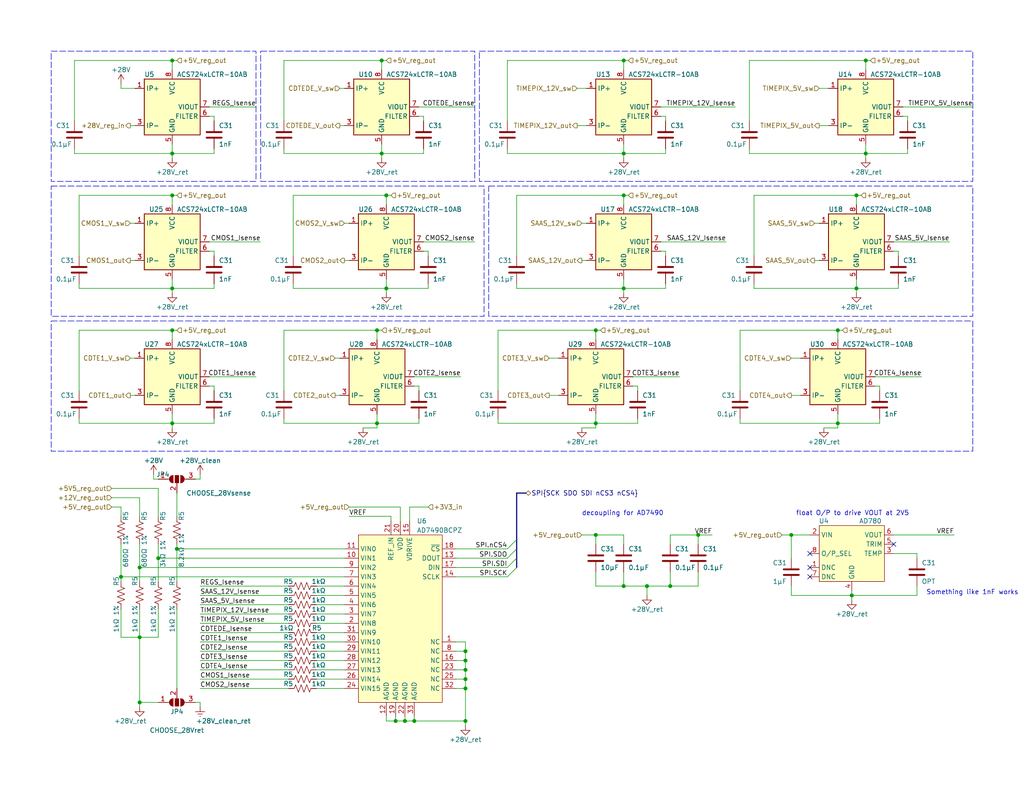
<source format=kicad_sch>
(kicad_sch (version 20230121) (generator eeschema)
  (paper "USLetter")
  (title_block (title "FOXSI-4 Power") (date "2023-05-31") (rev "2") (company "University of Minnesota"))
  (junction (at 104.14 41.91))
  (junction (at 162.56 146.05))
  (junction (at 182.88 160.02))
  (junction (at 105.41 78.74))
  (junction (at 102.87 115.57))
  (junction (at 170.18 160.02))
  (junction (at 228.6 90.17))
  (junction (at 228.6 115.57))
  (junction (at 46.99 41.91))
  (junction (at 127 187.96))
  (junction (at 43.18 152.4))
  (junction (at 46.99 78.74))
  (junction (at 33.02 157.48))
  (junction (at 107.95 196.85))
  (junction (at 38.1 191.77))
  (junction (at 105.41 53.34))
  (junction (at 236.22 41.91))
  (junction (at 46.99 115.57))
  (junction (at 110.49 196.85))
  (junction (at 127 196.85))
  (junction (at 38.1 173.99))
  (junction (at 190.5 146.05))
  (junction (at 113.03 196.85))
  (junction (at 102.87 90.17))
  (junction (at 38.1 154.94))
  (junction (at 127 177.8))
  (junction (at 46.99 16.51))
  (junction (at 127 185.42))
  (junction (at 170.18 53.34))
  (junction (at 127 180.34))
  (junction (at 170.18 41.91))
  (junction (at 236.22 16.51))
  (junction (at 127 182.88))
  (junction (at 170.18 16.51))
  (junction (at 215.9 146.05))
  (junction (at 104.14 16.51))
  (junction (at 46.99 53.34))
  (junction (at 46.99 90.17))
  (junction (at 176.53 160.02))
  (junction (at 48.26 149.86))
  (junction (at 232.41 162.56))
  (junction (at 233.68 78.74))
  (junction (at 162.56 115.57))
  (junction (at 233.68 53.34))
  (junction (at 162.56 90.17))
  (junction (at 170.18 78.74))
  (no_connect (at 220.98 154.94))
  (no_connect (at 243.84 148.59))
  (no_connect (at 220.98 151.13))
  (no_connect (at 220.98 157.48))
  (bus_entry (at 138.43 149.86) (size 2.54 -2.54))
  (bus_entry (at 138.43 157.48) (size 2.54 -2.54))
  (bus_entry (at 138.43 154.94) (size 2.54 -2.54))
  (bus_entry (at 138.43 152.4) (size 2.54 -2.54))
  (wire (pts (xy 240.03 105.41) (xy 240.03 106.68)))
  (wire (pts (xy 138.43 41.91) (xy 170.18 41.91)))
  (wire (pts (xy 228.6 115.57) (xy 240.03 115.57)))
  (wire (pts (xy 228.6 90.17) (xy 229.87 90.17)))
  (wire (pts (xy 223.52 34.29) (xy 226.06 34.29)))
  (wire (pts (xy 158.75 146.05) (xy 162.56 146.05)))
  (wire (pts (xy 21.59 77.47) (xy 21.59 78.74)))
  (wire (pts (xy 35.56 34.29) (xy 36.83 34.29)))
  (wire (pts (xy 33.02 24.13) (xy 36.83 24.13)))
  (wire (pts (xy 107.95 195.58) (xy 107.95 196.85)))
  (wire (pts (xy 190.5 146.05) (xy 194.31 146.05)))
  (wire (pts (xy 162.56 146.05) (xy 170.18 146.05)))
  (wire (pts (xy 54.61 129.54) (xy 54.61 130.81)))
  (wire (pts (xy 92.71 24.13) (xy 93.98 24.13)))
  (wire (pts (xy 190.5 160.02) (xy 182.88 160.02)))
  (wire (pts (xy 38.1 191.77) (xy 38.1 193.04)))
  (wire (pts (xy 246.38 29.21) (xy 265.43 29.21)))
  (wire (pts (xy 190.5 146.05) (xy 190.5 148.59)))
  (wire (pts (xy 204.47 16.51) (xy 204.47 33.02)))
  (wire (pts (xy 238.76 105.41) (xy 240.03 105.41)))
  (wire (pts (xy 149.86 107.95) (xy 152.4 107.95)))
  (wire (pts (xy 46.99 78.74) (xy 46.99 80.01)))
  (wire (pts (xy 33.02 148.59) (xy 33.02 157.48)))
  (bus (pts (xy 140.97 149.86) (xy 140.97 147.32)))
  (wire (pts (xy 233.68 78.74) (xy 233.68 80.01)))
  (wire (pts (xy 228.6 116.84) (xy 224.79 116.84)))
  (wire (pts (xy 111.76 138.43) (xy 111.76 142.24)))
  (wire (pts (xy 113.03 102.87) (xy 125.73 102.87)))
  (wire (pts (xy 114.3 105.41) (xy 114.3 106.68)))
  (wire (pts (xy 223.52 24.13) (xy 226.06 24.13)))
  (wire (pts (xy 205.74 77.47) (xy 205.74 78.74)))
  (wire (pts (xy 104.14 41.91) (xy 104.14 43.18)))
  (wire (pts (xy 173.99 115.57) (xy 173.99 114.3)))
  (wire (pts (xy 43.18 130.81) (xy 41.91 130.81)))
  (wire (pts (xy 30.48 135.89) (xy 38.1 135.89)))
  (wire (pts (xy 213.36 146.05) (xy 215.9 146.05)))
  (wire (pts (xy 54.61 162.56) (xy 78.74 162.56)))
  (wire (pts (xy 54.61 170.18) (xy 78.74 170.18)))
  (wire (pts (xy 38.1 173.99) (xy 33.02 173.99)))
  (wire (pts (xy 46.99 78.74) (xy 58.42 78.74)))
  (wire (pts (xy 127 177.8) (xy 127 180.34)))
  (wire (pts (xy 162.56 90.17) (xy 162.56 92.71)))
  (wire (pts (xy 201.93 90.17) (xy 201.93 106.68)))
  (wire (pts (xy 57.15 31.75) (xy 58.42 31.75)))
  (wire (pts (xy 20.32 40.64) (xy 20.32 41.91)))
  (wire (pts (xy 86.36 182.88) (xy 93.98 182.88)))
  (wire (pts (xy 158.75 71.12) (xy 160.02 71.12)))
  (wire (pts (xy 181.61 78.74) (xy 181.61 77.47)))
  (wire (pts (xy 53.34 191.77) (xy 54.61 191.77)))
  (wire (pts (xy 46.99 53.34) (xy 48.26 53.34)))
  (wire (pts (xy 247.65 41.91) (xy 247.65 40.64)))
  (wire (pts (xy 170.18 16.51) (xy 138.43 16.51)))
  (wire (pts (xy 77.47 16.51) (xy 77.47 33.02)))
  (wire (pts (xy 46.99 76.2) (xy 46.99 78.74)))
  (wire (pts (xy 54.61 130.81) (xy 53.34 130.81)))
  (wire (pts (xy 46.99 55.88) (xy 46.99 53.34)))
  (wire (pts (xy 181.61 68.58) (xy 181.61 69.85)))
  (wire (pts (xy 180.34 29.21) (xy 200.66 29.21)))
  (wire (pts (xy 54.61 160.02) (xy 78.74 160.02)))
  (bus (pts (xy 140.97 154.94) (xy 140.97 152.4)))
  (wire (pts (xy 38.1 154.94) (xy 93.98 154.94)))
  (wire (pts (xy 86.36 167.64) (xy 93.98 167.64)))
  (wire (pts (xy 54.61 172.72) (xy 78.74 172.72)))
  (wire (pts (xy 38.1 154.94) (xy 38.1 158.75)))
  (wire (pts (xy 102.87 90.17) (xy 102.87 92.71)))
  (wire (pts (xy 20.32 41.91) (xy 46.99 41.91)))
  (wire (pts (xy 250.19 162.56) (xy 232.41 162.56)))
  (wire (pts (xy 57.15 105.41) (xy 58.42 105.41)))
  (wire (pts (xy 236.22 39.37) (xy 236.22 41.91)))
  (wire (pts (xy 33.02 157.48) (xy 33.02 158.75)))
  (wire (pts (xy 102.87 113.03) (xy 102.87 115.57)))
  (wire (pts (xy 43.18 133.35) (xy 43.18 140.97)))
  (wire (pts (xy 127 175.26) (xy 127 177.8)))
  (wire (pts (xy 58.42 68.58) (xy 58.42 69.85)))
  (wire (pts (xy 110.49 196.85) (xy 113.03 196.85)))
  (wire (pts (xy 140.97 77.47) (xy 140.97 78.74)))
  (wire (pts (xy 115.57 66.04) (xy 129.54 66.04)))
  (wire (pts (xy 91.44 97.79) (xy 92.71 97.79)))
  (wire (pts (xy 232.41 162.56) (xy 232.41 161.29)))
  (wire (pts (xy 105.41 53.34) (xy 80.01 53.34)))
  (wire (pts (xy 77.47 40.64) (xy 77.47 41.91)))
  (wire (pts (xy 77.47 90.17) (xy 77.47 106.68)))
  (wire (pts (xy 115.57 31.75) (xy 115.57 33.02)))
  (wire (pts (xy 149.86 97.79) (xy 152.4 97.79)))
  (wire (pts (xy 182.88 148.59) (xy 182.88 146.05)))
  (wire (pts (xy 124.46 152.4) (xy 138.43 152.4)))
  (wire (pts (xy 54.61 177.8) (xy 78.74 177.8)))
  (wire (pts (xy 236.22 19.05) (xy 236.22 16.51)))
  (wire (pts (xy 20.32 16.51) (xy 46.99 16.51)))
  (wire (pts (xy 77.47 115.57) (xy 102.87 115.57)))
  (wire (pts (xy 21.59 53.34) (xy 21.59 69.85)))
  (wire (pts (xy 140.97 53.34) (xy 140.97 69.85)))
  (wire (pts (xy 182.88 160.02) (xy 176.53 160.02)))
  (wire (pts (xy 57.15 66.04) (xy 71.12 66.04)))
  (wire (pts (xy 245.11 68.58) (xy 245.11 69.85)))
  (wire (pts (xy 92.71 34.29) (xy 93.98 34.29)))
  (wire (pts (xy 171.45 16.51) (xy 170.18 16.51)))
  (wire (pts (xy 105.41 78.74) (xy 105.41 80.01)))
  (wire (pts (xy 240.03 115.57) (xy 240.03 114.3)))
  (wire (pts (xy 243.84 151.13) (xy 250.19 151.13)))
  (wire (pts (xy 236.22 41.91) (xy 247.65 41.91)))
  (wire (pts (xy 54.61 185.42) (xy 78.74 185.42)))
  (wire (pts (xy 215.9 146.05) (xy 215.9 152.4)))
  (wire (pts (xy 33.02 138.43) (xy 30.48 138.43)))
  (wire (pts (xy 80.01 77.47) (xy 80.01 78.74)))
  (wire (pts (xy 58.42 41.91) (xy 58.42 40.64)))
  (wire (pts (xy 162.56 160.02) (xy 162.56 156.21)))
  (wire (pts (xy 127 180.34) (xy 127 182.88)))
  (wire (pts (xy 86.36 172.72) (xy 93.98 172.72)))
  (wire (pts (xy 180.34 31.75) (xy 181.61 31.75)))
  (wire (pts (xy 135.89 115.57) (xy 162.56 115.57)))
  (wire (pts (xy 33.02 157.48) (xy 93.98 157.48)))
  (wire (pts (xy 204.47 41.91) (xy 236.22 41.91)))
  (wire (pts (xy 176.53 160.02) (xy 176.53 162.56)))
  (wire (pts (xy 105.41 195.58) (xy 105.41 196.85)))
  (wire (pts (xy 35.56 71.12) (xy 36.83 71.12)))
  (wire (pts (xy 247.65 31.75) (xy 247.65 33.02)))
  (wire (pts (xy 46.99 90.17) (xy 46.99 92.71)))
  (wire (pts (xy 176.53 160.02) (xy 170.18 160.02)))
  (wire (pts (xy 124.46 182.88) (xy 127 182.88)))
  (wire (pts (xy 86.36 175.26) (xy 93.98 175.26)))
  (wire (pts (xy 43.18 166.37) (xy 43.18 173.99)))
  (wire (pts (xy 173.99 105.41) (xy 173.99 106.68)))
  (wire (pts (xy 20.32 33.02) (xy 20.32 16.51)))
  (wire (pts (xy 182.88 156.21) (xy 182.88 160.02)))
  (wire (pts (xy 215.9 160.02) (xy 215.9 162.56)))
  (wire (pts (xy 233.68 53.34) (xy 233.68 55.88)))
  (wire (pts (xy 250.19 160.02) (xy 250.19 162.56)))
  (wire (pts (xy 124.46 157.48) (xy 138.43 157.48)))
  (wire (pts (xy 138.43 40.64) (xy 138.43 41.91)))
  (wire (pts (xy 41.91 130.81) (xy 41.91 129.54)))
  (wire (pts (xy 124.46 187.96) (xy 127 187.96)))
  (wire (pts (xy 57.15 102.87) (xy 69.85 102.87)))
  (wire (pts (xy 201.93 115.57) (xy 228.6 115.57)))
  (wire (pts (xy 135.89 90.17) (xy 162.56 90.17)))
  (wire (pts (xy 54.61 175.26) (xy 78.74 175.26)))
  (wire (pts (xy 162.56 115.57) (xy 173.99 115.57)))
  (wire (pts (xy 105.41 76.2) (xy 105.41 78.74)))
  (wire (pts (xy 54.61 180.34) (xy 78.74 180.34)))
  (wire (pts (xy 48.26 149.86) (xy 48.26 158.75)))
  (wire (pts (xy 38.1 166.37) (xy 38.1 173.99)))
  (wire (pts (xy 127 187.96) (xy 127 196.85)))
  (wire (pts (xy 228.6 113.03) (xy 228.6 115.57)))
  (wire (pts (xy 180.34 66.04) (xy 198.12 66.04)))
  (wire (pts (xy 105.41 55.88) (xy 105.41 53.34)))
  (wire (pts (xy 102.87 115.57) (xy 102.87 116.84)))
  (wire (pts (xy 107.95 196.85) (xy 110.49 196.85)))
  (wire (pts (xy 157.48 34.29) (xy 160.02 34.29)))
  (wire (pts (xy 170.18 41.91) (xy 181.61 41.91)))
  (wire (pts (xy 105.41 78.74) (xy 116.84 78.74)))
  (wire (pts (xy 80.01 53.34) (xy 80.01 69.85)))
  (wire (pts (xy 105.41 53.34) (xy 106.68 53.34)))
  (wire (pts (xy 54.61 182.88) (xy 78.74 182.88)))
  (wire (pts (xy 182.88 146.05) (xy 190.5 146.05)))
  (wire (pts (xy 102.87 90.17) (xy 77.47 90.17)))
  (wire (pts (xy 104.14 16.51) (xy 77.47 16.51)))
  (wire (pts (xy 157.48 24.13) (xy 160.02 24.13)))
  (wire (pts (xy 46.99 41.91) (xy 58.42 41.91)))
  (wire (pts (xy 105.41 196.85) (xy 107.95 196.85)))
  (wire (pts (xy 245.11 78.74) (xy 245.11 77.47)))
  (wire (pts (xy 104.14 19.05) (xy 104.14 16.51)))
  (wire (pts (xy 57.15 29.21) (xy 69.85 29.21)))
  (wire (pts (xy 205.74 53.34) (xy 205.74 69.85)))
  (wire (pts (xy 21.59 90.17) (xy 46.99 90.17)))
  (wire (pts (xy 113.03 196.85) (xy 113.03 195.58)))
  (bus (pts (xy 140.97 134.62) (xy 143.51 134.62)))
  (wire (pts (xy 46.99 113.03) (xy 46.99 115.57)))
  (wire (pts (xy 127 196.85) (xy 113.03 196.85)))
  (wire (pts (xy 205.74 78.74) (xy 233.68 78.74)))
  (wire (pts (xy 35.56 60.96) (xy 36.83 60.96)))
  (wire (pts (xy 38.1 191.77) (xy 43.18 191.77)))
  (wire (pts (xy 38.1 173.99) (xy 38.1 191.77)))
  (wire (pts (xy 162.56 113.03) (xy 162.56 115.57)))
  (wire (pts (xy 86.36 177.8) (xy 93.98 177.8)))
  (wire (pts (xy 48.26 134.62) (xy 48.26 140.97)))
  (wire (pts (xy 180.34 68.58) (xy 181.61 68.58)))
  (wire (pts (xy 138.43 16.51) (xy 138.43 33.02)))
  (wire (pts (xy 43.18 152.4) (xy 93.98 152.4)))
  (wire (pts (xy 236.22 16.51) (xy 237.49 16.51)))
  (wire (pts (xy 86.36 170.18) (xy 93.98 170.18)))
  (wire (pts (xy 222.25 60.96) (xy 223.52 60.96)))
  (wire (pts (xy 104.14 90.17) (xy 102.87 90.17)))
  (wire (pts (xy 170.18 78.74) (xy 170.18 80.01)))
  (wire (pts (xy 215.9 146.05) (xy 220.98 146.05)))
  (wire (pts (xy 115.57 68.58) (xy 116.84 68.58)))
  (wire (pts (xy 58.42 115.57) (xy 58.42 114.3)))
  (bus (pts (xy 140.97 152.4) (xy 140.97 149.86)))
  (wire (pts (xy 86.36 180.34) (xy 93.98 180.34)))
  (wire (pts (xy 124.46 177.8) (xy 127 177.8)))
  (wire (pts (xy 124.46 154.94) (xy 138.43 154.94)))
  (wire (pts (xy 124.46 185.42) (xy 127 185.42)))
  (wire (pts (xy 46.99 53.34) (xy 21.59 53.34)))
  (wire (pts (xy 57.15 68.58) (xy 58.42 68.58)))
  (wire (pts (xy 228.6 115.57) (xy 228.6 116.84)))
  (wire (pts (xy 140.97 78.74) (xy 170.18 78.74)))
  (wire (pts (xy 46.99 115.57) (xy 58.42 115.57)))
  (wire (pts (xy 104.14 39.37) (xy 104.14 41.91)))
  (wire (pts (xy 233.68 76.2) (xy 233.68 78.74)))
  (wire (pts (xy 127 182.88) (xy 127 185.42)))
  (wire (pts (xy 38.1 135.89) (xy 38.1 140.97)))
  (wire (pts (xy 86.36 187.96) (xy 93.98 187.96)))
  (wire (pts (xy 104.14 41.91) (xy 115.57 41.91)))
  (wire (pts (xy 234.95 53.34) (xy 233.68 53.34)))
  (bus (pts (xy 140.97 147.32) (xy 140.97 134.62)))
  (wire (pts (xy 170.18 148.59) (xy 170.18 146.05)))
  (wire (pts (xy 104.14 16.51) (xy 105.41 16.51)))
  (wire (pts (xy 243.84 146.05) (xy 260.35 146.05)))
  (wire (pts (xy 170.18 39.37) (xy 170.18 41.91)))
  (wire (pts (xy 170.18 156.21) (xy 170.18 160.02)))
  (wire (pts (xy 102.87 116.84) (xy 99.06 116.84)))
  (wire (pts (xy 58.42 78.74) (xy 58.42 77.47)))
  (wire (pts (xy 250.19 151.13) (xy 250.19 152.4)))
  (wire (pts (xy 172.72 105.41) (xy 173.99 105.41)))
  (wire (pts (xy 181.61 41.91) (xy 181.61 40.64)))
  (wire (pts (xy 21.59 115.57) (xy 46.99 115.57)))
  (wire (pts (xy 233.68 78.74) (xy 245.11 78.74)))
  (wire (pts (xy 201.93 114.3) (xy 201.93 115.57)))
  (wire (pts (xy 114.3 31.75) (xy 115.57 31.75)))
  (wire (pts (xy 163.83 90.17) (xy 162.56 90.17)))
  (wire (pts (xy 236.22 41.91) (xy 236.22 43.18)))
  (wire (pts (xy 114.3 115.57) (xy 114.3 114.3)))
  (wire (pts (xy 111.76 138.43) (xy 116.84 138.43)))
  (wire (pts (xy 86.36 162.56) (xy 93.98 162.56)))
  (wire (pts (xy 233.68 53.34) (xy 205.74 53.34)))
  (wire (pts (xy 135.89 114.3) (xy 135.89 115.57)))
  (wire (pts (xy 102.87 115.57) (xy 114.3 115.57)))
  (wire (pts (xy 93.98 71.12) (xy 95.25 71.12)))
  (wire (pts (xy 124.46 180.34) (xy 127 180.34)))
  (wire (pts (xy 243.84 66.04) (xy 259.08 66.04)))
  (wire (pts (xy 170.18 53.34) (xy 140.97 53.34)))
  (wire (pts (xy 228.6 90.17) (xy 201.93 90.17)))
  (wire (pts (xy 46.99 90.17) (xy 48.26 90.17)))
  (wire (pts (xy 124.46 175.26) (xy 127 175.26)))
  (wire (pts (xy 86.36 185.42) (xy 93.98 185.42)))
  (wire (pts (xy 58.42 105.41) (xy 58.42 106.68)))
  (wire (pts (xy 38.1 148.59) (xy 38.1 154.94)))
  (wire (pts (xy 215.9 162.56) (xy 232.41 162.56)))
  (wire (pts (xy 33.02 140.97) (xy 33.02 138.43)))
  (wire (pts (xy 124.46 149.86) (xy 138.43 149.86)))
  (wire (pts (xy 106.68 142.24) (xy 106.68 140.97)))
  (wire (pts (xy 33.02 24.13) (xy 33.02 22.86)))
  (wire (pts (xy 236.22 16.51) (xy 204.47 16.51)))
  (wire (pts (xy 114.3 29.21) (xy 129.54 29.21)))
  (wire (pts (xy 162.56 115.57) (xy 162.56 116.84)))
  (wire (pts (xy 109.22 142.24) (xy 109.22 138.43)))
  (wire (pts (xy 228.6 92.71) (xy 228.6 90.17)))
  (wire (pts (xy 110.49 195.58) (xy 110.49 196.85)))
  (wire (pts (xy 58.42 31.75) (xy 58.42 33.02)))
  (wire (pts (xy 215.9 97.79) (xy 218.44 97.79)))
  (wire (pts (xy 43.18 152.4) (xy 43.18 158.75)))
  (wire (pts (xy 46.99 41.91) (xy 46.99 43.18)))
  (wire (pts (xy 21.59 90.17) (xy 21.59 106.68)))
  (wire (pts (xy 170.18 78.74) (xy 181.61 78.74)))
  (wire (pts (xy 54.61 165.1) (xy 78.74 165.1)))
  (wire (pts (xy 21.59 115.57) (xy 21.59 114.3)))
  (wire (pts (xy 172.72 102.87) (xy 185.42 102.87)))
  (wire (pts (xy 77.47 41.91) (xy 104.14 41.91)))
  (wire (pts (xy 162.56 116.84) (xy 158.75 116.84)))
  (wire (pts (xy 86.36 165.1) (xy 93.98 165.1)))
  (wire (pts (xy 243.84 68.58) (xy 245.11 68.58)))
  (wire (pts (xy 170.18 41.91) (xy 170.18 43.18)))
  (wire (pts (xy 170.18 55.88) (xy 170.18 53.34)))
  (wire (pts (xy 181.61 31.75) (xy 181.61 33.02)))
  (wire (pts (xy 35.56 97.79) (xy 36.83 97.79)))
  (wire (pts (xy 113.03 105.41) (xy 114.3 105.41)))
  (wire (pts (xy 170.18 53.34) (xy 171.45 53.34)))
  (wire (pts (xy 232.41 163.83) (xy 232.41 162.56)))
  (wire (pts (xy 46.99 39.37) (xy 46.99 41.91)))
  (wire (pts (xy 48.26 148.59) (xy 48.26 149.86)))
  (wire (pts (xy 95.25 140.97) (xy 106.68 140.97)))
  (wire (pts (xy 91.44 107.95) (xy 92.71 107.95)))
  (wire (pts (xy 21.59 78.74) (xy 46.99 78.74)))
  (wire (pts (xy 54.61 167.64) (xy 78.74 167.64)))
  (wire (pts (xy 127 185.42) (xy 127 187.96)))
  (wire (pts (xy 35.56 107.95) (xy 36.83 107.95)))
  (wire (pts (xy 43.18 148.59) (xy 43.18 152.4)))
  (wire (pts (xy 204.47 40.64) (xy 204.47 41.91)))
  (wire (pts (xy 43.18 173.99) (xy 38.1 173.99)))
  (wire (pts (xy 54.61 187.96) (xy 78.74 187.96)))
  (wire (pts (xy 215.9 107.95) (xy 218.44 107.95)))
  (wire (pts (xy 158.75 60.96) (xy 160.02 60.96)))
  (wire (pts (xy 46.99 115.57) (xy 46.99 116.84)))
  (wire (pts (xy 48.26 149.86) (xy 93.98 149.86)))
  (wire (pts (xy 77.47 114.3) (xy 77.47 115.57)))
  (wire (pts (xy 170.18 76.2) (xy 170.18 78.74)))
  (wire (pts (xy 127 196.85) (xy 127 198.12)))
  (wire (pts (xy 170.18 160.02) (xy 162.56 160.02)))
  (wire (pts (xy 170.18 16.51) (xy 170.18 19.05)))
  (wire (pts (xy 46.99 16.51) (xy 48.26 16.51)))
  (wire (pts (xy 222.25 71.12) (xy 223.52 71.12)))
  (wire (pts (xy 80.01 78.74) (xy 105.41 78.74)))
  (wire (pts (xy 30.48 133.35) (xy 43.18 133.35)))
  (wire (pts (xy 190.5 156.21) (xy 190.5 160.02)))
  (wire (pts (xy 93.98 60.96) (xy 95.25 60.96)))
  (wire (pts (xy 48.26 166.37) (xy 48.26 187.96)))
  (wire (pts (xy 86.36 160.02) (xy 93.98 160.02)))
  (wire (pts (xy 33.02 173.99) (xy 33.02 166.37)))
  (wire (pts (xy 116.84 68.58) (xy 116.84 69.85)))
  (wire (pts (xy 54.61 191.77) (xy 54.61 193.04)))
  (wire (pts (xy 95.25 138.43) (xy 109.22 138.43)))
  (wire (pts (xy 162.56 146.05) (xy 162.56 148.59)))
  (wire (pts (xy 115.57 41.91) (xy 115.57 40.64)))
  (wire (pts (xy 116.84 78.74) (xy 116.84 77.47)))
  (wire (pts (xy 135.89 90.17) (xy 135.89 106.68)))
  (wire (pts (xy 247.65 31.75) (xy 246.38 31.75)))
  (wire (pts (xy 46.99 16.51) (xy 46.99 19.05)))
  (wire (pts (xy 238.76 102.87) (xy 251.46 102.87)))
  (rectangle (start 13.97 50.8) (end 132.08 86.36) (stroke (width 0) (type dash)))
  (rectangle (start 133.35 50.8) (end 265.43 86.36) (stroke (width 0) (type dash)))
  (rectangle (start 13.97 87.63) (end 265.43 123.19) (stroke (width 0) (type dash)))
  (rectangle (start 130.81 13.97) (end 265.43 49.53) (stroke (width 0) (type dash)))
  (rectangle (start 71.12 13.97) (end 129.54 49.53) (stroke (width 0) (type dash)))
  (rectangle (start 13.97 13.97) (end 69.85 49.53) (stroke (width 0) (type dash)))
  (text "float O/P to drive VOUT at 2V5" (at 217.17 140.97 0) (effects (font (size 1.27 1.27)) (justify left bottom)))
  (text "decoupling for AD7490" (at 158.75 140.97 0) (effects (font (size 1.27 1.27)) (justify left bottom)))
  (text "Something like 1nF works" (at 252.73 162.56 0) (effects (font (size 1.27 1.27)) (justify left bottom)))
  (label "CDTE3_Isense" (at 54.61 180.34 0))
  (label "CMOS1_Isense" (at 54.61 185.42 0))
  (label "CDTE1_Isense" (at 69.85 102.87 180))
  (label "SAAS_12V_Isense" (at 198.12 66.04 180))
  (label "VREF" (at 260.35 146.05 180))
  (label "CDTEDE_Isense" (at 54.61 172.72 0))
  (label "CDTE3_Isense" (at 185.42 102.87 180))
  (label "CMOS2_Isense" (at 54.61 187.96 0))
  (label "SPI.SDO" (at 138.43 152.4 180))
  (label "SAAS_12V_Isense" (at 54.61 162.56 0))
  (label "CDTE2_Isense" (at 54.61 177.8 0))
  (label "SAAS_5V_Isense" (at 259.08 66.04 180))
  (label "VREF" (at 194.31 146.05 180))
  (label "SPI.SCK" (at 138.43 157.48 180))
  (label "SPI.SDI" (at 138.43 154.94 180))
  (label "TIMEPIX_5V_Isense" (at 265.43 29.21 180))
  (label "CDTE2_Isense" (at 125.73 102.87 180))
  (label "TIMEPIX_12V_Isense" (at 200.66 29.21 180))
  (label "TIMEPIX_12V_Isense" (at 54.61 167.64 0))
  (label "CMOS2_Isense" (at 129.54 66.04 180))
  (label "CDTE4_Isense" (at 251.46 102.87 180))
  (label "VREF" (at 95.25 140.97 0))
  (label "REGS_Isense" (at 54.61 160.02 0))
  (label "CMOS1_Isense" (at 71.12 66.04 180))
  (label "REGS_Isense" (at 69.85 29.21 180))
  (label "CDTE4_Isense" (at 54.61 182.88 0))
  (label "CDTE1_Isense" (at 54.61 175.26 0))
  (label "SPI.nCS4" (at 138.43 149.86 180))
  (label "CDTEDE_Isense" (at 129.54 29.21 180))
  (label "SAAS_5V_Isense" (at 54.61 165.1 0))
  (label "TIMEPIX_5V_Isense" (at 54.61 170.18 0))
  (hierarchical_label "+5V_reg_out" (shape input) (at 237.49 16.51 0))
  (hierarchical_label "CMOS1_out" (shape output) (at 35.56 71.12 180))
  (hierarchical_label "SAAS_12V_sw" (shape input) (at 158.75 60.96 180))
  (hierarchical_label "CMOS2_out" (shape output) (at 93.98 71.12 180))
  (hierarchical_label "+5V_reg_out" (shape input) (at 158.75 146.05 180))
  (hierarchical_label "SPI{SCK SDO SDI nCS3 nCS4}" (shape bidirectional) (at 143.51 134.62 0))
  (hierarchical_label "+12V_reg_out" (shape input) (at 30.48 135.89 180))
  (hierarchical_label "CDTE3_out" (shape output) (at 149.86 107.95 180))
  (hierarchical_label "CDTE4_V_sw" (shape input) (at 215.9 97.79 180))
  (hierarchical_label "+5V_reg_out" (shape input) (at 48.26 53.34 0))
  (hierarchical_label "+5V_reg_out" (shape input) (at 30.48 138.43 180))
  (hierarchical_label "CDTE2_out" (shape output) (at 91.44 107.95 180))
  (hierarchical_label "+5V_reg_out" (shape input) (at 234.95 53.34 0))
  (hierarchical_label "CDTEDE_V_sw" (shape input) (at 92.71 24.13 180))
  (hierarchical_label "+5V_reg_out" (shape input) (at 95.25 138.43 180))
  (hierarchical_label "CDTE1_V_sw" (shape input) (at 35.56 97.79 180))
  (hierarchical_label "TIMEPIX_5V_sw" (shape input) (at 223.52 24.13 180))
  (hierarchical_label "CDTE1_out" (shape output) (at 35.56 107.95 180))
  (hierarchical_label "+5V_reg_out" (shape input) (at 213.36 146.05 180))
  (hierarchical_label "+5V_reg_out" (shape input) (at 48.26 90.17 0))
  (hierarchical_label "CMOS2_V_sw" (shape input) (at 93.98 60.96 180))
  (hierarchical_label "+5V_reg_out" (shape input) (at 48.26 16.51 0))
  (hierarchical_label "+28V_reg_in" (shape output) (at 35.56 34.29 180))
  (hierarchical_label "+5V_reg_out" (shape input) (at 106.68 53.34 0))
  (hierarchical_label "CDTEDE_V_out" (shape output) (at 92.71 34.29 180))
  (hierarchical_label "+5V_reg_out" (shape input) (at 229.87 90.17 0))
  (hierarchical_label "+5V5_reg_out" (shape input) (at 30.48 133.35 180))
  (hierarchical_label "+5V_reg_out" (shape input) (at 163.83 90.17 0))
  (hierarchical_label "CMOS1_V_sw" (shape input) (at 35.56 60.96 180))
  (hierarchical_label "TIMEPIX_12V_sw" (shape input) (at 157.48 24.13 180))
  (hierarchical_label "CDTE4_out" (shape output) (at 215.9 107.95 180))
  (hierarchical_label "+5V_reg_out" (shape input) (at 105.41 16.51 0))
  (hierarchical_label "+5V_reg_out" (shape input) (at 104.14 90.17 0))
  (hierarchical_label "TIMEPIX_5V_out" (shape output) (at 223.52 34.29 180))
  (hierarchical_label "CDTE2_V_sw" (shape input) (at 91.44 97.79 180))
  (hierarchical_label "SAAS_5V_out" (shape output) (at 222.25 71.12 180))
  (hierarchical_label "SAAS_5V_sw" (shape input) (at 222.25 60.96 180))
  (hierarchical_label "+5V_reg_out" (shape input) (at 171.45 53.34 0))
  (hierarchical_label "+5V_reg_out" (shape input) (at 171.45 16.51 0))
  (hierarchical_label "CDTE3_V_sw" (shape input) (at 149.86 97.79 180))
  (hierarchical_label "TIMEPIX_12V_out" (shape output) (at 157.48 34.29 180))
  (hierarchical_label "+3V3_in" (shape input) (at 116.84 138.43 0))
  (hierarchical_label "SAAS_12V_out" (shape output) (at 158.75 71.12 180))
  (symbol (lib_id "Device:R_US") (at 82.55 172.72 270) (mirror x) (unit 1)
    (property "Reference" "R5" (at 85.09 171.45 90) (effects (justify left)))
    (property "Value" "1kΩ" (at 76.2 171.45 90) (effects (justify left)))
    (property "Footprint" "Resistor_SMD:R_0603_1608Metric" (effects hide))
    (instances (project "power" (path "" (reference "R5") (unit 1)) (path "" (reference "R45") (unit 1))))
  )
  (symbol (lib_id "Sensor_Current:ACS724xLCTR-10AB") (at 46.99 29.21 0) (unit 1)
    (property "Reference" "U5" (at 39.37 20.32 0) (effects (justify left)))
    (property "Value" "ACS724xLCTR-10AB" (at 48.26 20.32 0) (effects (justify left)))
    (property "Footprint" "Package_SO:SOIC-8_3.9x4.9mm_P1.27mm" (effects hide))
    (property "Datasheet" "http://www.allegromicro.com/~/media/Files/Datasheets/ACS724-Datasheet.ashx?la=en" (effects hide))
  )
  (symbol (lib_id "Device:C") (at 181.61 73.66 0) (unit 1)
    (property "Reference" "C31" (at 182.88 71.12 0) (effects (justify left)))
    (property "Value" "1nF" (at 182.88 76.2 0) (effects (justify left)))
    (property "Footprint" "Resistor_SMD:R_0603_1608Metric" (effects hide))
    (instances (project "power" (path "" (reference "C31") (unit 1)) (path "" (reference "C46") (unit 1))))
  )
  (symbol (lib_id "power:+28V_ret") (at 104.14 43.18 0) (unit 1)
    (property "Reference" "#PWR?" (effects hide))
    (property "Value" "+28V_ret" (at 104.14 46.99 0))
    (instances (project "power" (path "" (reference "#PWR?") (unit 1)) (path "" (reference "#PWR01") (unit 1))))
  )
  (symbol (lib_id "Device:C") (at 190.5 152.4 0) (unit 1)
    (property "Reference" "C31" (at 191.77 149.86 0) (effects (justify left)))
    (property "Value" "0.1µF" (at 191.77 154.94 0) (effects (justify left)))
    (property "Footprint" "Resistor_SMD:R_0603_1608Metric" (effects hide))
    (instances (project "power" (path "" (reference "C31") (unit 1)) (path "" (reference "C65") (unit 1))))
  )
  (symbol (lib_id "Device:C") (at 240.03 110.49 0) (unit 1)
    (property "Reference" "C31" (at 241.3 107.95 0) (effects (justify left)))
    (property "Value" "1nF" (at 241.3 113.03 0) (effects (justify left)))
    (property "Footprint" "Resistor_SMD:R_0603_1608Metric" (effects hide))
    (instances (project "power" (path "" (reference "C31") (unit 1)) (path "" (reference "C60") (unit 1))))
  )
  (symbol (lib_id "power:+28V_ret") (at 127 198.12 0) (unit 1)
    (property "Reference" "#PWR?" (effects hide))
    (property "Value" "+28V_ret" (at 127 201.93 0))
    (instances (project "power" (path "" (reference "#PWR?") (unit 1)) (path "" (reference "#PWR051") (unit 1))))
  )
  (symbol (lib_id "power:+28V_ret") (at 236.22 43.18 0) (unit 1)
    (property "Reference" "#PWR?" (effects hide))
    (property "Value" "+28V_ret" (at 236.22 46.99 0))
    (instances (project "power" (path "" (reference "#PWR?") (unit 1)) (path "" (reference "#PWR031") (unit 1))))
  )
  (symbol (lib_id "Device:C") (at 21.59 110.49 0) (unit 1)
    (property "Reference" "C31" (at 16.51 107.95 0) (effects (justify left)))
    (property "Value" "0.1µF" (at 15.24 113.03 0) (effects (justify left)))
    (property "Footprint" "Resistor_SMD:R_0603_1608Metric" (effects hide))
    (instances (project "power" (path "" (reference "C31") (unit 1)) (path "" (reference "C53") (unit 1))))
  )
  (symbol (lib_id "power:+28V_ret") (at 158.75 116.84 0) (unit 1)
    (property "Reference" "#PWR?" (effects hide))
    (property "Value" "+28V_ret" (at 158.75 120.65 0))
    (instances (project "power" (path "" (reference "#PWR?") (unit 1)) (path "" (reference "#PWR046") (unit 1))))
  )
  (symbol (lib_id "Analog_ADC:AD7490BCPZ") (at 109.22 168.91 0) (unit 1)
    (property "Reference" "U6" (at 113.7159 142.24 0) (effects (justify left)))
    (property "Value" "AD7490BCPZ" (at 113.7159 144.78 0) (effects (justify left)))
    (property "Footprint" "Package_CSP:LFCSP-32-1EP_5x5mm_P0.5mm_EP3.5x3.5mm" (effects hide))
    (property "Datasheet" "https://www.analog.com/media/en/technical-documentation/data-sheets/AD7490.pdf" (effects hide))
    (property "Digikey" "505-AD7490BCPZ-ND" (effects hide))
  )
  (symbol (lib_id "Device:R_US") (at 82.55 162.56 90) (unit 1)
    (property "Reference" "R5" (at 80.01 161.29 90) (effects (justify left)))
    (property "Value" "1kΩ" (at 88.9 161.29 90) (effects (justify left)))
    (property "Footprint" "Resistor_SMD:R_0603_1608Metric" (effects hide))
    (instances (project "power" (path "" (reference "R5") (unit 1)) (path "" (reference "R41") (unit 1))))
  )
  (symbol (lib_id "Device:R_US") (at 82.55 170.18 90) (unit 1)
    (property "Reference" "R5" (at 80.01 168.91 90) (effects (justify left)))
    (property "Value" "1kΩ" (at 88.9 168.91 90) (effects (justify left)))
    (property "Footprint" "Resistor_SMD:R_0603_1608Metric" (effects hide))
    (instances (project "power" (path "" (reference "R5") (unit 1)) (path "" (reference "R44") (unit 1))))
  )
  (symbol (lib_id "Device:C") (at 204.47 36.83 0) (unit 1)
    (property "Reference" "C31" (at 199.39 34.29 0) (effects (justify left)))
    (property "Value" "0.1µF" (at 198.12 39.37 0) (effects (justify left)))
    (property "Footprint" "Resistor_SMD:R_0603_1608Metric" (effects hide))
    (instances (project "power" (path "" (reference "C31") (unit 1)) (path "" (reference "C43") (unit 1))))
  )
  (symbol (lib_id "Device:C") (at 170.18 152.4 0) (unit 1)
    (property "Reference" "C31" (at 171.45 149.86 0) (effects (justify left)))
    (property "Value" "0.1µF" (at 171.45 154.94 0) (effects (justify left)))
    (property "Footprint" "Resistor_SMD:R_0603_1608Metric" (effects hide))
    (instances (project "power" (path "" (reference "C31") (unit 1)) (path "" (reference "C62") (unit 1))))
  )
  (symbol (lib_id "power:+28V_clean") (at 54.61 129.54 0) (unit 1)
    (property "Reference" "#PWR06" (effects hide))
    (property "Value" "+28V_clean" (at 54.61 125.73 0))
    (instances (project "power" (path "" (reference "#PWR06") (unit 1)) (path "" (reference "#PWR030") (unit 1))))
  )
  (symbol (lib_id "Device:R_US") (at 82.55 175.26 90) (unit 1)
    (property "Reference" "R5" (at 80.01 173.99 90) (effects (justify left)))
    (property "Value" "1kΩ" (at 88.9 173.99 90) (effects (justify left)))
    (property "Footprint" "Resistor_SMD:R_0603_1608Metric" (effects hide))
    (instances (project "power" (path "" (reference "R5") (unit 1)) (path "" (reference "R46") (unit 1))))
  )
  (symbol (lib_id "Sensor_Current:ACS724xLCTR-10AB") (at 104.14 29.21 0) (unit 1)
    (property "Reference" "U10" (at 97.79 20.32 0) (effects (justify left)))
    (property "Value" "ACS724xLCTR-10AB" (at 105.41 20.32 0) (effects (justify left)))
    (property "Footprint" "Package_SO:SOIC-8_3.9x4.9mm_P1.27mm" (effects hide))
    (property "Datasheet" "http://www.allegromicro.com/~/media/Files/Datasheets/ACS724-Datasheet.ashx?la=en" (effects hide))
  )
  (symbol (lib_id "Device:C") (at 250.19 156.21 0) (unit 1)
    (property "Reference" "C31" (at 251.46 153.67 0) (effects (justify left)))
    (property "Value" "OPT" (at 251.46 158.75 0) (effects (justify left)))
    (property "Footprint" "Resistor_SMD:R_0603_1608Metric" (effects hide))
    (instances (project "power" (path "" (reference "C31") (unit 1)) (path "" (reference "C66") (unit 1))))
  )
  (symbol (lib_id "Device:C") (at 181.61 36.83 0) (unit 1)
    (property "Reference" "C31" (at 182.88 34.29 0) (effects (justify left)))
    (property "Value" "1nF" (at 182.88 39.37 0) (effects (justify left)))
    (property "Footprint" "Resistor_SMD:R_0603_1608Metric" (effects hide))
    (instances (project "power" (path "" (reference "C31") (unit 1)) (path "" (reference "C42") (unit 1))))
  )
  (symbol (lib_id "Device:R_US") (at 48.26 144.78 0) (unit 1)
    (property "Reference" "R5" (at 49.53 142.24 90) (effects (justify left)))
    (property "Value" "8.2kΩ 1%" (at 49.53 154.94 90) (effects (justify left)))
    (property "Footprint" "Resistor_SMD:R_0603_1608Metric" (effects hide))
    (instances (project "power" (path "" (reference "R5") (unit 1)) (path "" (reference "R25") (unit 1))))
  )
  (symbol (lib_id "Sensor_Current:ACS724xLCTR-10AB") (at 46.99 66.04 0) (unit 1)
    (property "Reference" "U25" (at 40.64 57.15 0) (effects (justify left)))
    (property "Value" "ACS724xLCTR-10AB" (at 48.26 57.15 0) (effects (justify left)))
    (property "Footprint" "Package_SO:SOIC-8_3.9x4.9mm_P1.27mm" (effects hide))
    (property "Datasheet" "http://www.allegromicro.com/~/media/Files/Datasheets/ACS724-Datasheet.ashx?la=en" (effects hide))
  )
  (symbol (lib_id "Device:C") (at 245.11 73.66 0) (unit 1)
    (property "Reference" "C31" (at 246.38 71.12 0) (effects (justify left)))
    (property "Value" "1nF" (at 246.38 76.2 0) (effects (justify left)))
    (property "Footprint" "Resistor_SMD:R_0603_1608Metric" (effects hide))
    (instances (project "power" (path "" (reference "C31") (unit 1)) (path "" (reference "C48") (unit 1))))
  )
  (symbol (lib_id "power:+28V_clean_ret") (at 54.61 193.04 0) (unit 1)
    (property "Reference" "#PWR08" (effects hide))
    (property "Value" "+28V_clean_ret" (at 60.96 196.85 0))
    (instances (project "power" (path "" (reference "#PWR08") (unit 1)) (path "" (reference "#PWR032") (unit 1))))
  )
  (symbol (lib_id "Device:C") (at 58.42 36.83 0) (unit 1)
    (property "Reference" "C31" (at 59.69 34.29 0) (effects (justify left)))
    (property "Value" "1nF" (at 59.69 39.37 0) (effects (justify left)))
    (property "Footprint" "Resistor_SMD:R_0603_1608Metric" (effects hide))
    (instances (project "power" (path "" (reference "C31") (unit 1)) (path "" (reference "C37") (unit 1))))
  )
  (symbol (lib_id "Device:C") (at 58.42 110.49 0) (unit 1)
    (property "Reference" "C31" (at 59.69 107.95 0) (effects (justify left)))
    (property "Value" "1nF" (at 59.69 113.03 0) (effects (justify left)))
    (property "Footprint" "Resistor_SMD:R_0603_1608Metric" (effects hide))
    (instances (project "power" (path "" (reference "C31") (unit 1)) (path "" (reference "C54") (unit 1))))
  )
  (symbol (lib_id "power:+28V_ret") (at 170.18 43.18 0) (unit 1)
    (property "Reference" "#PWR?" (effects hide))
    (property "Value" "+28V_ret" (at 170.18 46.99 0))
    (instances (project "power" (path "" (reference "#PWR?") (unit 1)) (path "" (reference "#PWR029") (unit 1))))
  )
  (symbol (lib_id "Device:C") (at 173.99 110.49 0) (unit 1)
    (property "Reference" "C31" (at 175.26 107.95 0) (effects (justify left)))
    (property "Value" "1nF" (at 175.26 113.03 0) (effects (justify left)))
    (property "Footprint" "Resistor_SMD:R_0603_1608Metric" (effects hide))
    (instances (project "power" (path "" (reference "C31") (unit 1)) (path "" (reference "C58") (unit 1))))
  )
  (symbol (lib_id "Sensor_Current:ACS724xLCTR-10AB") (at 236.22 29.21 0) (unit 1)
    (property "Reference" "U14" (at 228.6 20.32 0) (effects (justify left)))
    (property "Value" "ACS724xLCTR-10AB" (at 237.49 20.32 0) (effects (justify left)))
    (property "Footprint" "Package_SO:SOIC-8_3.9x4.9mm_P1.27mm" (effects hide))
    (property "Datasheet" "http://www.allegromicro.com/~/media/Files/Datasheets/ACS724-Datasheet.ashx?la=en" (effects hide))
  )
  (symbol (lib_id "Device:C") (at 58.42 73.66 0) (unit 1)
    (property "Reference" "C31" (at 59.69 71.12 0) (effects (justify left)))
    (property "Value" "1nF" (at 59.69 76.2 0) (effects (justify left)))
    (property "Footprint" "Resistor_SMD:R_0603_1608Metric" (effects hide))
    (instances (project "power" (path "" (reference "C31") (unit 1)) (path "" (reference "C50") (unit 1))))
  )
  (symbol (lib_id "Device:R_US") (at 82.55 167.64 90) (unit 1)
    (property "Reference" "R5" (at 80.01 166.37 90) (effects (justify left)))
    (property "Value" "1kΩ" (at 88.9 166.37 90) (effects (justify left)))
    (property "Footprint" "Resistor_SMD:R_0603_1608Metric" (effects hide))
    (instances (project "power" (path "" (reference "R5") (unit 1)) (path "" (reference "R43") (unit 1))))
  )
  (symbol (lib_id "Sensor_Current:ACS724xLCTR-10AB") (at 170.18 66.04 0) (unit 1)
    (property "Reference" "U17" (at 163.83 57.15 0) (effects (justify left)))
    (property "Value" "ACS724xLCTR-10AB" (at 171.45 57.15 0) (effects (justify left)))
    (property "Footprint" "Package_SO:SOIC-8_3.9x4.9mm_P1.27mm" (effects hide))
    (property "Datasheet" "http://www.allegromicro.com/~/media/Files/Datasheets/ACS724-Datasheet.ashx?la=en" (effects hide))
  )
  (symbol (lib_id "power:+28V_ret") (at 176.53 162.56 0) (unit 1)
    (property "Reference" "#PWR?" (effects hide))
    (property "Value" "+28V_ret" (at 176.53 166.37 0))
    (instances (project "power" (path "" (reference "#PWR?") (unit 1)) (path "" (reference "#PWR052") (unit 1))))
  )
  (symbol (lib_id "Device:R_US") (at 38.1 144.78 0) (unit 1)
    (property "Reference" "R5" (at 39.37 142.24 90) (effects (justify left)))
    (property "Value" "680Ω 1%" (at 39.37 154.94 90) (effects (justify left)))
    (property "Footprint" "Resistor_SMD:R_0603_1608Metric" (effects hide))
    (instances (project "power" (path "" (reference "R5") (unit 1)) (path "" (reference "R58") (unit 1))))
  )
  (symbol (lib_id "Device:C") (at 77.47 110.49 0) (unit 1)
    (property "Reference" "C31" (at 72.39 107.95 0) (effects (justify left)))
    (property "Value" "0.1µF" (at 71.12 113.03 0) (effects (justify left)))
    (property "Footprint" "Resistor_SMD:R_0603_1608Metric" (effects hide))
    (instances (project "power" (path "" (reference "C31") (unit 1)) (path "" (reference "C55") (unit 1))))
  )
  (symbol (lib_id "power:+28V_ret") (at 99.06 116.84 0) (unit 1)
    (property "Reference" "#PWR?" (effects hide))
    (property "Value" "+28V_ret" (at 99.06 120.65 0))
    (instances (project "power" (path "" (reference "#PWR?") (unit 1)) (path "" (reference "#PWR044") (unit 1))))
  )
  (symbol (lib_id "power:+28V_ret") (at 46.99 80.01 0) (unit 1)
    (property "Reference" "#PWR?" (effects hide))
    (property "Value" "+28V_ret" (at 46.99 83.82 0))
    (instances (project "power" (path "" (reference "#PWR?") (unit 1)) (path "" (reference "#PWR038") (unit 1))))
  )
  (symbol (lib_id "power:+28V_ret") (at 224.79 116.84 0) (unit 1)
    (property "Reference" "#PWR?" (effects hide))
    (property "Value" "+28V_ret" (at 224.79 120.65 0))
    (instances (project "power" (path "" (reference "#PWR?") (unit 1)) (path "" (reference "#PWR048") (unit 1))))
  )
  (symbol (lib_id "Device:C") (at 135.89 110.49 0) (unit 1)
    (property "Reference" "C31" (at 130.81 107.95 0) (effects (justify left)))
    (property "Value" "0.1µF" (at 129.54 113.03 0) (effects (justify left)))
    (property "Footprint" "Resistor_SMD:R_0603_1608Metric" (effects hide))
    (instances (project "power" (path "" (reference "C31") (unit 1)) (path "" (reference "C57") (unit 1))))
  )
  (symbol (lib_id "Device:C") (at 116.84 73.66 0) (unit 1)
    (property "Reference" "C31" (at 118.11 71.12 0) (effects (justify left)))
    (property "Value" "1nF" (at 118.11 76.2 0) (effects (justify left)))
    (property "Footprint" "Resistor_SMD:R_0603_1608Metric" (effects hide))
    (instances (project "power" (path "" (reference "C31") (unit 1)) (path "" (reference "C52") (unit 1))))
  )
  (symbol (lib_id "Device:R_US") (at 82.55 187.96 90) (unit 1)
    (property "Reference" "R5" (at 80.01 186.69 90) (effects (justify left)))
    (property "Value" "1kΩ" (at 88.9 186.69 90) (effects (justify left)))
    (property "Footprint" "Resistor_SMD:R_0603_1608Metric" (effects hide))
    (instances (project "power" (path "" (reference "R5") (unit 1)) (path "" (reference "R51") (unit 1))))
  )
  (symbol (lib_id "Sensor_Current:ACS724xLCTR-10AB") (at 46.99 102.87 0) (unit 1)
    (property "Reference" "U27" (at 39.37 93.98 0) (effects (justify left)))
    (property "Value" "ACS724xLCTR-10AB" (at 48.26 93.98 0) (effects (justify left)))
    (property "Footprint" "Package_SO:SOIC-8_3.9x4.9mm_P1.27mm" (effects hide))
    (property "Datasheet" "http://www.allegromicro.com/~/media/Files/Datasheets/ACS724-Datasheet.ashx?la=en" (effects hide))
  )
  (symbol (lib_id "Device:R_US") (at 38.1 162.56 0) (unit 1)
    (property "Reference" "R5" (at 36.83 160.02 90) (effects (justify left)))
    (property "Value" "1kΩ 1%" (at 36.83 172.72 90) (effects (justify left)))
    (property "Footprint" "Resistor_SMD:R_0603_1608Metric" (effects hide))
    (instances (project "power" (path "" (reference "R5") (unit 1)) (path "" (reference "R55") (unit 1))))
  )
  (symbol (lib_id "power:+28V") (at 33.02 22.86 0) (unit 1)
    (property "Reference" "#PWR011" (effects hide))
    (property "Value" "+28V" (at 33.02 19.05 0))
  )
  (symbol (lib_id "power:+28V_ret") (at 232.41 163.83 0) (unit 1)
    (property "Reference" "#PWR?" (effects hide))
    (property "Value" "+28V_ret" (at 232.41 167.64 0))
    (instances (project "power" (path "" (reference "#PWR?") (unit 1)) (path "" (reference "#PWR050") (unit 1))))
  )
  (symbol (lib_id "Device:R_US") (at 43.18 162.56 0) (unit 1)
    (property "Reference" "R5" (at 41.91 160.02 90) (effects (justify left)))
    (property "Value" "1kΩ 1%" (at 41.91 172.72 90) (effects (justify left)))
    (property "Footprint" "Resistor_SMD:R_0603_1608Metric" (effects hide))
    (instances (project "power" (path "" (reference "R5") (unit 1)) (path "" (reference "R54") (unit 1))))
  )
  (symbol (lib_id "Sensor_Current:ACS724xLCTR-10AB") (at 162.56 102.87 0) (unit 1)
    (property "Reference" "U29" (at 154.94 93.98 0) (effects (justify left)))
    (property "Value" "ACS724xLCTR-10AB" (at 163.83 93.98 0) (effects (justify left)))
    (property "Footprint" "Package_SO:SOIC-8_3.9x4.9mm_P1.27mm" (effects hide))
    (property "Datasheet" "http://www.allegromicro.com/~/media/Files/Datasheets/ACS724-Datasheet.ashx?la=en" (effects hide))
  )
  (symbol (lib_id "Device:R_US") (at 82.55 182.88 90) (unit 1)
    (property "Reference" "R5" (at 80.01 181.61 90) (effects (justify left)))
    (property "Value" "1kΩ" (at 88.9 181.61 90) (effects (justify left)))
    (property "Footprint" "Resistor_SMD:R_0603_1608Metric" (effects hide))
    (instances (project "power" (path "" (reference "R5") (unit 1)) (path "" (reference "R49") (unit 1))))
  )
  (symbol (lib_id "Sensor_Current:ACS724xLCTR-10AB") (at 233.68 66.04 0) (unit 1)
    (property "Reference" "U18" (at 226.06 57.15 0) (effects (justify left)))
    (property "Value" "ACS724xLCTR-10AB" (at 234.95 57.15 0) (effects (justify left)))
    (property "Footprint" "Package_SO:SOIC-8_3.9x4.9mm_P1.27mm" (effects hide))
    (property "Datasheet" "http://www.allegromicro.com/~/media/Files/Datasheets/ACS724-Datasheet.ashx?la=en" (effects hide))
  )
  (symbol (lib_id "Device:R_US") (at 82.55 177.8 90) (unit 1)
    (property "Reference" "R5" (at 80.01 176.53 90) (effects (justify left)))
    (property "Value" "1kΩ" (at 88.9 176.53 90) (effects (justify left)))
    (property "Footprint" "Resistor_SMD:R_0603_1608Metric" (effects hide))
    (instances (project "power" (path "" (reference "R5") (unit 1)) (path "" (reference "R47") (unit 1))))
  )
  (symbol (lib_id "Sensor_Current:ACS724xLCTR-10AB") (at 228.6 102.87 0) (unit 1)
    (property "Reference" "U30" (at 220.98 93.98 0) (effects (justify left)))
    (property "Value" "ACS724xLCTR-10AB" (at 229.87 93.98 0) (effects (justify left)))
    (property "Footprint" "Package_SO:SOIC-8_3.9x4.9mm_P1.27mm" (effects hide))
    (property "Datasheet" "http://www.allegromicro.com/~/media/Files/Datasheets/ACS724-Datasheet.ashx?la=en" (effects hide))
  )
  (symbol (lib_id "Device:C") (at 182.88 152.4 0) (unit 1)
    (property "Reference" "C31" (at 184.15 149.86 0) (effects (justify left)))
    (property "Value" "0.1µF" (at 184.15 154.94 0) (effects (justify left)))
    (property "Footprint" "Resistor_SMD:R_0603_1608Metric" (effects hide))
    (instances (project "power" (path "" (reference "C31") (unit 1)) (path "" (reference "C64") (unit 1))))
  )
  (symbol (lib_id "Device:C") (at 20.32 36.83 0) (unit 1)
    (property "Reference" "C31" (at 15.24 34.29 0) (effects (justify left)))
    (property "Value" "0.1µF" (at 13.97 39.37 0) (effects (justify left)))
    (property "Footprint" "Resistor_SMD:R_0603_1608Metric" (effects hide))
    (instances (project "power" (path "" (reference "C31") (unit 1)) (path "" (reference "C36") (unit 1))))
  )
  (symbol (lib_id "Device:C") (at 115.57 36.83 0) (unit 1)
    (property "Reference" "C31" (at 116.84 34.29 0) (effects (justify left)))
    (property "Value" "1nF" (at 116.84 39.37 0) (effects (justify left)))
    (property "Footprint" "Resistor_SMD:R_0603_1608Metric" (effects hide))
    (instances (project "power" (path "" (reference "C31") (unit 1)) (path "" (reference "C40") (unit 1))))
  )
  (symbol (lib_id "Device:R_US") (at 82.55 165.1 90) (unit 1)
    (property "Reference" "R5" (at 80.01 163.83 90) (effects (justify left)))
    (property "Value" "1kΩ" (at 88.9 163.83 90) (effects (justify left)))
    (property "Footprint" "Resistor_SMD:R_0603_1608Metric" (effects hide))
    (instances (project "power" (path "" (reference "R5") (unit 1)) (path "" (reference "R42") (unit 1))))
  )
  (symbol (lib_id "Device:R_US") (at 82.55 180.34 90) (unit 1)
    (property "Reference" "R5" (at 80.01 179.07 90) (effects (justify left)))
    (property "Value" "1kΩ" (at 88.9 179.07 90) (effects (justify left)))
    (property "Footprint" "Resistor_SMD:R_0603_1608Metric" (effects hide))
    (instances (project "power" (path "" (reference "R5") (unit 1)) (path "" (reference "R48") (unit 1))))
  )
  (symbol (lib_id "Jumper:SolderJumper_3_Open") (at 48.26 191.77 0) (mirror x) (unit 1)
    (property "Reference" "JP4" (at 48.26 194.31 0))
    (property "Value" "CHOOSE_28Vret" (at 48.26 199.39 0))
    (property "Footprint" "Jumper:SolderJumper-3_P1.3mm_Open_RoundedPad1.0x1.5mm_NumberLabels" (effects hide))
    (instances (project "power" (path "" (reference "JP4") (unit 1)) (path "" (reference "JP9") (unit 1))))
  )
  (symbol (lib_id "power:+28V_ret") (at 46.99 116.84 0) (unit 1)
    (property "Reference" "#PWR?" (effects hide))
    (property "Value" "+28V_ret" (at 46.99 120.65 0))
    (instances (project "power" (path "" (reference "#PWR?") (unit 1)) (path "" (reference "#PWR042") (unit 1))))
  )
  (symbol (lib_id "Device:C") (at 205.74 73.66 0) (unit 1)
    (property "Reference" "C31" (at 200.66 71.12 0) (effects (justify left)))
    (property "Value" "0.1µF" (at 199.39 76.2 0) (effects (justify left)))
    (property "Footprint" "Resistor_SMD:R_0603_1608Metric" (effects hide))
    (instances (project "power" (path "" (reference "C31") (unit 1)) (path "" (reference "C47") (unit 1))))
  )
  (symbol (lib_id "Device:C") (at 215.9 156.21 0) (unit 1)
    (property "Reference" "C31" (at 210.82 153.67 0) (effects (justify left)))
    (property "Value" "1µF" (at 210.82 158.75 0) (effects (justify left)))
    (property "Footprint" "Resistor_SMD:R_0603_1608Metric" (effects hide))
    (instances (project "power" (path "" (reference "C31") (unit 1)) (path "" (reference "C61") (unit 1))))
  )
  (symbol (lib_id "Regulator_Linear:AD780") (at 232.41 151.13 0) (unit 1)
    (property "Reference" "U4" (at 224.79 142.24 0))
    (property "Value" "AD780" (at 237.49 142.24 0))
    (property "Footprint" "Package_SO:SOIC-8_3.9x4.9mm_P1.27mm" (effects hide))
    (property "Datasheet" "https://www.analog.com/media/en/technical-documentation/data-sheets/AD780.pdf" (effects hide))
    (property "Digikey" "505-AD780ARZ-ND" (effects hide))
  )
  (symbol (lib_id "Device:C") (at 140.97 73.66 0) (unit 1)
    (property "Reference" "C31" (at 135.89 71.12 0) (effects (justify left)))
    (property "Value" "0.1µF" (at 134.62 76.2 0) (effects (justify left)))
    (property "Footprint" "Resistor_SMD:R_0603_1608Metric" (effects hide))
    (instances (project "power" (path "" (reference "C31") (unit 1)) (path "" (reference "C45") (unit 1))))
  )
  (symbol (lib_id "Device:R_US") (at 43.18 144.78 0) (unit 1)
    (property "Reference" "R5" (at 44.45 142.24 90) (effects (justify left)))
    (property "Value" "3kΩ 1%" (at 44.45 154.94 90) (effects (justify left)))
    (property "Footprint" "Resistor_SMD:R_0603_1608Metric" (effects hide))
    (instances (project "power" (path "" (reference "R5") (unit 1)) (path "" (reference "R57") (unit 1))))
  )
  (symbol (lib_id "Device:C") (at 114.3 110.49 0) (unit 1)
    (property "Reference" "C31" (at 115.57 107.95 0) (effects (justify left)))
    (property "Value" "1nF" (at 115.57 113.03 0) (effects (justify left)))
    (property "Footprint" "Resistor_SMD:R_0603_1608Metric" (effects hide))
    (instances (project "power" (path "" (reference "C31") (unit 1)) (path "" (reference "C56") (unit 1))))
  )
  (symbol (lib_id "Sensor_Current:ACS724xLCTR-10AB") (at 105.41 66.04 0) (unit 1)
    (property "Reference" "U26" (at 97.79 57.15 0) (effects (justify left)))
    (property "Value" "ACS724xLCTR-10AB" (at 106.68 57.15 0) (effects (justify left)))
    (property "Footprint" "Package_SO:SOIC-8_3.9x4.9mm_P1.27mm" (effects hide))
    (property "Datasheet" "http://www.allegromicro.com/~/media/Files/Datasheets/ACS724-Datasheet.ashx?la=en" (effects hide))
  )
  (symbol (lib_id "Sensor_Current:ACS724xLCTR-10AB") (at 170.18 29.21 0) (unit 1)
    (property "Reference" "U13" (at 162.56 20.32 0) (effects (justify left)))
    (property "Value" "ACS724xLCTR-10AB" (at 171.45 20.32 0) (effects (justify left)))
    (property "Footprint" "Package_SO:SOIC-8_3.9x4.9mm_P1.27mm" (effects hide))
    (property "Datasheet" "http://www.allegromicro.com/~/media/Files/Datasheets/ACS724-Datasheet.ashx?la=en" (effects hide))
  )
  (symbol (lib_id "power:+28V_ret") (at 105.41 80.01 0) (unit 1)
    (property "Reference" "#PWR?" (effects hide))
    (property "Value" "+28V_ret" (at 105.41 83.82 0))
    (instances (project "power" (path "" (reference "#PWR?") (unit 1)) (path "" (reference "#PWR040") (unit 1))))
  )
  (symbol (lib_id "Device:C") (at 201.93 110.49 0) (unit 1)
    (property "Reference" "C31" (at 196.85 107.95 0) (effects (justify left)))
    (property "Value" "0.1µF" (at 195.58 113.03 0) (effects (justify left)))
    (property "Footprint" "Resistor_SMD:R_0603_1608Metric" (effects hide))
    (instances (project "power" (path "" (reference "C31") (unit 1)) (path "" (reference "C59") (unit 1))))
  )
  (symbol (lib_id "power:+28V_ret") (at 233.68 80.01 0) (unit 1)
    (property "Reference" "#PWR?" (effects hide))
    (property "Value" "+28V_ret" (at 233.68 83.82 0))
    (instances (project "power" (path "" (reference "#PWR?") (unit 1)) (path "" (reference "#PWR035") (unit 1))))
  )
  (symbol (lib_id "Sensor_Current:ACS724xLCTR-10AB") (at 102.87 102.87 0) (unit 1)
    (property "Reference" "U28" (at 95.25 93.98 0) (effects (justify left)))
    (property "Value" "ACS724xLCTR-10AB" (at 104.14 93.98 0) (effects (justify left)))
    (property "Footprint" "Package_SO:SOIC-8_3.9x4.9mm_P1.27mm" (effects hide))
    (property "Datasheet" "http://www.allegromicro.com/~/media/Files/Datasheets/ACS724-Datasheet.ashx?la=en" (effects hide))
  )
  (symbol (lib_id "power:+28V_ret") (at 170.18 80.01 0) (unit 1)
    (property "Reference" "#PWR?" (effects hide))
    (property "Value" "+28V_ret" (at 170.18 83.82 0))
    (instances (project "power" (path "" (reference "#PWR?") (unit 1)) (path "" (reference "#PWR033") (unit 1))))
  )
  (symbol (lib_id "power:+28V_ret") (at 46.99 43.18 0) (unit 1)
    (property "Reference" "#PWR?" (effects hide))
    (property "Value" "+28V_ret" (at 46.99 46.99 0))
    (instances (project "power" (path "" (reference "#PWR?") (unit 1)) (path "" (reference "#PWR022") (unit 1))))
  )
  (symbol (lib_id "Device:R_US") (at 82.55 185.42 90) (unit 1)
    (property "Reference" "R5" (at 80.01 184.15 90) (effects (justify left)))
    (property "Value" "1kΩ" (at 88.9 184.15 90) (effects (justify left)))
    (property "Footprint" "Resistor_SMD:R_0603_1608Metric" (effects hide))
    (instances (project "power" (path "" (reference "R5") (unit 1)) (path "" (reference "R50") (unit 1))))
  )
  (symbol (lib_id "power:+28V_ret") (at 38.1 193.04 0) (unit 1)
    (property "Reference" "#PWR?" (effects hide))
    (property "Value" "+28V_ret" (at 35.56 196.85 0))
    (instances (project "power" (path "" (reference "#PWR?") (unit 1)) (path "" (reference "#PWR036") (unit 1))))
  )
  (symbol (lib_id "power:+28V") (at 41.91 129.54 0) (unit 1)
    (property "Reference" "#PWR034" (effects hide))
    (property "Value" "+28V" (at 41.91 125.73 0))
  )
  (symbol (lib_id "Device:R_US") (at 33.02 144.78 0) (unit 1)
    (property "Reference" "R5" (at 34.29 142.24 90) (effects (justify left)))
    (property "Value" "680Ω 1%" (at 34.29 154.94 90) (effects (justify left)))
    (property "Footprint" "Resistor_SMD:R_0603_1608Metric" (effects hide))
    (instances (project "power" (path "" (reference "R5") (unit 1)) (path "" (reference "R59") (unit 1))))
  )
  (symbol (lib_id "Device:R_US") (at 82.55 160.02 90) (unit 1)
    (property "Reference" "R5" (at 80.01 158.75 90) (effects (justify left)))
    (property "Value" "1kΩ" (at 88.9 158.75 90) (effects (justify left)))
    (property "Footprint" "Resistor_SMD:R_0603_1608Metric" (effects hide))
    (instances (project "power" (path "" (reference "R5") (unit 1)) (path "" (reference "R52") (unit 1))))
  )
  (symbol (lib_id "Device:R_US") (at 33.02 162.56 0) (unit 1)
    (property "Reference" "R5" (at 31.75 160.02 90) (effects (justify left)))
    (property "Value" "1kΩ 1%" (at 31.75 172.72 90) (effects (justify left)))
    (property "Footprint" "Resistor_SMD:R_0603_1608Metric" (effects hide))
    (instances (project "power" (path "" (reference "R5") (unit 1)) (path "" (reference "R56") (unit 1))))
  )
  (symbol (lib_id "Device:R_US") (at 48.26 162.56 0) (unit 1)
    (property "Reference" "R5" (at 46.99 160.02 90) (effects (justify left)))
    (property "Value" "1kΩ 1%" (at 46.99 172.72 90) (effects (justify left)))
    (property "Footprint" "Resistor_SMD:R_0603_1608Metric" (effects hide))
    (instances (project "power" (path "" (reference "R5") (unit 1)) (path "" (reference "R53") (unit 1))))
  )
  (symbol (lib_id "Device:C") (at 77.47 36.83 0) (unit 1)
    (property "Reference" "C31" (at 72.39 34.29 0) (effects (justify left)))
    (property "Value" "0.1µF" (at 71.12 39.37 0) (effects (justify left)))
    (property "Footprint" "Resistor_SMD:R_0603_1608Metric" (effects hide))
    (instances (project "power" (path "" (reference "C31") (unit 1)) (path "" (reference "C39") (unit 1))))
  )
  (symbol (lib_id "Device:C") (at 80.01 73.66 0) (unit 1)
    (property "Reference" "C31" (at 74.93 71.12 0) (effects (justify left)))
    (property "Value" "0.1µF" (at 73.66 76.2 0) (effects (justify left)))
    (property "Footprint" "Resistor_SMD:R_0603_1608Metric" (effects hide))
    (instances (project "power" (path "" (reference "C31") (unit 1)) (path "" (reference "C51") (unit 1))))
  )
  (symbol (lib_id "Device:C") (at 247.65 36.83 0) (unit 1)
    (property "Reference" "C31" (at 248.92 34.29 0) (effects (justify left)))
    (property "Value" "1nF" (at 248.92 39.37 0) (effects (justify left)))
    (property "Footprint" "Resistor_SMD:R_0603_1608Metric" (effects hide))
    (instances (project "power" (path "" (reference "C31") (unit 1)) (path "" (reference "C44") (unit 1))))
  )
  (symbol (lib_id "Device:C") (at 21.59 73.66 0) (unit 1)
    (property "Reference" "C31" (at 16.51 71.12 0) (effects (justify left)))
    (property "Value" "0.1µF" (at 15.24 76.2 0) (effects (justify left)))
    (property "Footprint" "Resistor_SMD:R_0603_1608Metric" (effects hide))
    (instances (project "power" (path "" (reference "C31") (unit 1)) (path "" (reference "C49") (unit 1))))
  )
  (symbol (lib_id "Jumper:SolderJumper_3_Open") (at 48.26 130.81 0) (unit 1)
    (property "Reference" "JP4" (at 44.45 129.54 0))
    (property "Value" "CHOOSE_28Vsense" (at 59.69 134.62 0))
    (property "Footprint" "Jumper:SolderJumper-3_P1.3mm_Open_RoundedPad1.0x1.5mm_NumberLabels" (effects hide))
    (instances (project "power" (path "" (reference "JP4") (unit 1)) (path "" (reference "JP8") (unit 1))))
  )
  (symbol (lib_id "Device:C") (at 138.43 36.83 0) (unit 1)
    (property "Reference" "C31" (at 133.35 34.29 0) (effects (justify left)))
    (property "Value" "0.1µF" (at 132.08 39.37 0) (effects (justify left)))
    (property "Footprint" "Resistor_SMD:R_0603_1608Metric" (effects hide))
    (instances (project "power" (path "" (reference "C31") (unit 1)) (path "" (reference "C41") (unit 1))))
  )
  (symbol (lib_id "Device:C") (at 162.56 152.4 0) (unit 1)
    (property "Reference" "C31" (at 163.83 149.86 0) (effects (justify left)))
    (property "Value" "10µF" (at 163.83 154.94 0) (effects (justify left)))
    (property "Footprint" "Resistor_SMD:R_0603_1608Metric" (effects hide))
    (instances (project "power" (path "" (reference "C31") (unit 1)) (path "" (reference "C63") (unit 1))))
  )
)
</source>
